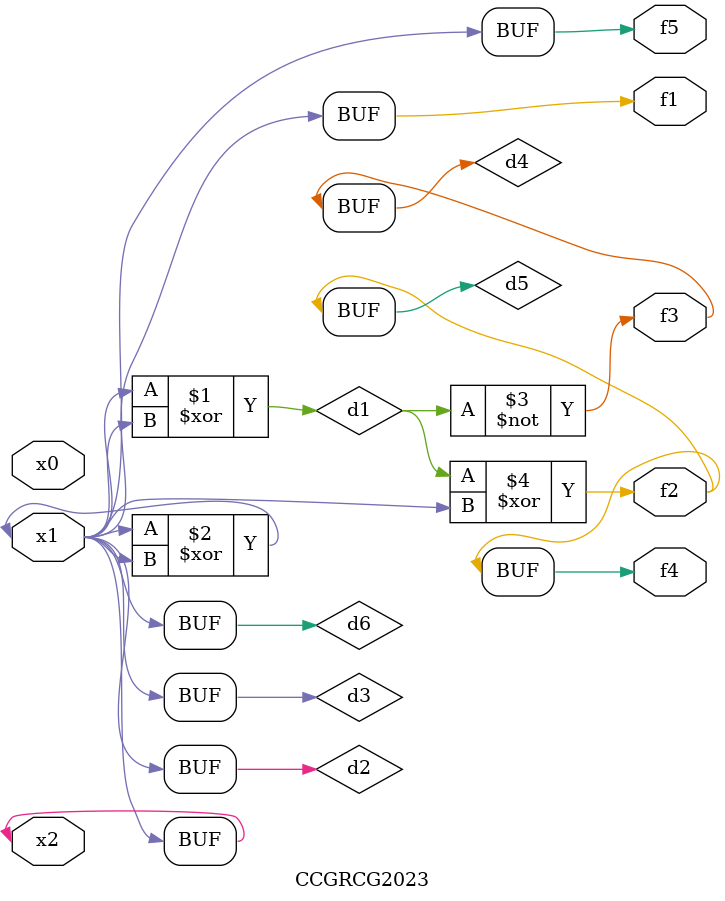
<source format=v>
module CCGRCG2023(
	input x0, x1, x2,
	output f1, f2, f3, f4, f5
);

	wire d1, d2, d3, d4, d5, d6;

	xor (d1, x1, x2);
	buf (d2, x1, x2);
	xor (d3, x1, x2);
	nor (d4, d1);
	xor (d5, d1, d2);
	buf (d6, d2, d3);
	assign f1 = d6;
	assign f2 = d5;
	assign f3 = d4;
	assign f4 = d5;
	assign f5 = d6;
endmodule

</source>
